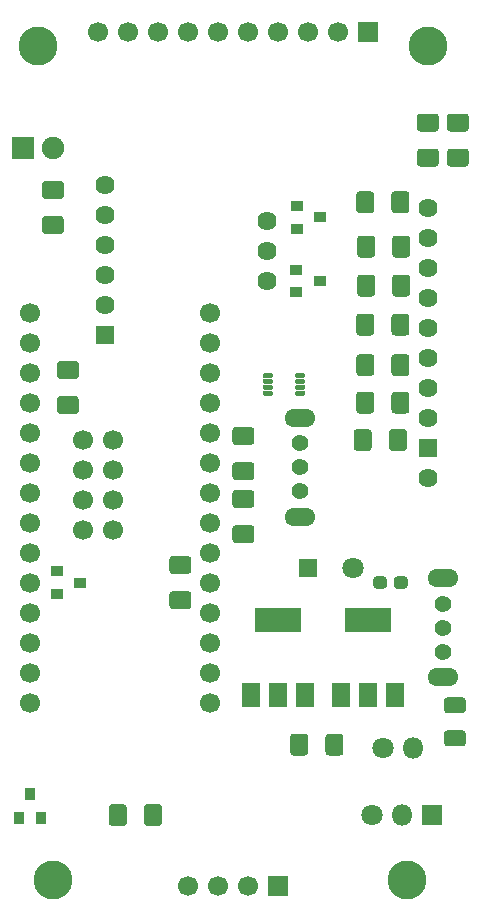
<source format=gbr>
%TF.GenerationSoftware,KiCad,Pcbnew,(5.1.6)-1*%
%TF.CreationDate,2021-01-10T13:28:57-05:00*%
%TF.ProjectId,main_board,6d61696e-5f62-46f6-9172-642e6b696361,rev?*%
%TF.SameCoordinates,Original*%
%TF.FileFunction,Soldermask,Top*%
%TF.FilePolarity,Negative*%
%FSLAX46Y46*%
G04 Gerber Fmt 4.6, Leading zero omitted, Abs format (unit mm)*
G04 Created by KiCad (PCBNEW (5.1.6)-1) date 2021-01-10 13:28:57*
%MOMM*%
%LPD*%
G01*
G04 APERTURE LIST*
%ADD10C,1.624000*%
%ADD11C,1.700000*%
%ADD12C,3.300000*%
%ADD13C,1.800000*%
%ADD14O,1.800000X1.800000*%
%ADD15R,1.624000X1.624000*%
%ADD16R,1.900000X1.900000*%
%ADD17C,1.900000*%
%ADD18R,1.600000X1.600000*%
%ADD19C,1.424000*%
%ADD20O,2.624000X1.524000*%
%ADD21R,1.800000X1.800000*%
%ADD22R,1.700000X1.700000*%
%ADD23R,1.600000X2.100000*%
%ADD24R,3.900000X2.100000*%
%ADD25R,1.000000X0.900000*%
%ADD26R,0.900000X1.000000*%
G04 APERTURE END LIST*
D10*
%TO.C,LiPo Balancing*%
X160375600Y-95097600D03*
X160375600Y-92557600D03*
X160375600Y-90017600D03*
%TD*%
D11*
%TO.C,Teensy 4.0*%
X155575000Y-130810000D03*
X140335000Y-113030000D03*
X155575000Y-115570000D03*
X155575000Y-105410000D03*
X155575000Y-102870000D03*
X155575000Y-97790000D03*
X140335000Y-128270000D03*
X140335000Y-118110000D03*
X140335000Y-105410000D03*
X155575000Y-100330000D03*
X140335000Y-130810000D03*
X140335000Y-123190000D03*
X140335000Y-115570000D03*
X140335000Y-110490000D03*
X140335000Y-107950000D03*
X140335000Y-97790000D03*
X155575000Y-128270000D03*
X140335000Y-100330000D03*
X140335000Y-120650000D03*
X155575000Y-125730000D03*
X155575000Y-123190000D03*
X155575000Y-120650000D03*
X155575000Y-110490000D03*
X155575000Y-118110000D03*
X155575000Y-113030000D03*
X155575000Y-107950000D03*
X140335000Y-125730000D03*
X140335000Y-102870000D03*
%TD*%
D12*
%TO.C,REF\u002A\u002A*%
X140970000Y-75184000D03*
%TD*%
%TO.C,REF\u002A\u002A*%
X173990000Y-75184000D03*
%TD*%
%TO.C,REF\u002A\u002A*%
X142240000Y-145796000D03*
%TD*%
%TO.C,REF\u002A\u002A*%
X172212000Y-145796000D03*
%TD*%
D13*
%TO.C,Rain Gauge*%
X170180000Y-134620000D03*
D14*
X172720000Y-134620000D03*
%TD*%
D10*
%TO.C,ADS1115*%
X173990000Y-88900000D03*
X173990000Y-91440000D03*
X173990000Y-93980000D03*
X173990000Y-96520000D03*
X173990000Y-99060000D03*
X173990000Y-101600000D03*
X173990000Y-104140000D03*
X173990000Y-106680000D03*
D15*
X173990000Y-109220000D03*
D10*
X173990000Y-111760000D03*
%TD*%
%TO.C,C1*%
G36*
G01*
X175621000Y-130363600D02*
X176931000Y-130363600D01*
G75*
G02*
X177201000Y-130633600I0J-270000D01*
G01*
X177201000Y-131443600D01*
G75*
G02*
X176931000Y-131713600I-270000J0D01*
G01*
X175621000Y-131713600D01*
G75*
G02*
X175351000Y-131443600I0J270000D01*
G01*
X175351000Y-130633600D01*
G75*
G02*
X175621000Y-130363600I270000J0D01*
G01*
G37*
G36*
G01*
X175621000Y-133163600D02*
X176931000Y-133163600D01*
G75*
G02*
X177201000Y-133433600I0J-270000D01*
G01*
X177201000Y-134243600D01*
G75*
G02*
X176931000Y-134513600I-270000J0D01*
G01*
X175621000Y-134513600D01*
G75*
G02*
X175351000Y-134243600I0J270000D01*
G01*
X175351000Y-133433600D01*
G75*
G02*
X175621000Y-133163600I270000J0D01*
G01*
G37*
%TD*%
D16*
%TO.C,D1*%
X139700000Y-83820000D03*
D17*
X142240000Y-83820000D03*
%TD*%
%TO.C,F1*%
G36*
G01*
X169365000Y-120912500D02*
X169365000Y-120387500D01*
G75*
G02*
X169627500Y-120125000I262500J0D01*
G01*
X170252500Y-120125000D01*
G75*
G02*
X170515000Y-120387500I0J-262500D01*
G01*
X170515000Y-120912500D01*
G75*
G02*
X170252500Y-121175000I-262500J0D01*
G01*
X169627500Y-121175000D01*
G75*
G02*
X169365000Y-120912500I0J262500D01*
G01*
G37*
G36*
G01*
X171115000Y-120912500D02*
X171115000Y-120387500D01*
G75*
G02*
X171377500Y-120125000I262500J0D01*
G01*
X172002500Y-120125000D01*
G75*
G02*
X172265000Y-120387500I0J-262500D01*
G01*
X172265000Y-120912500D01*
G75*
G02*
X172002500Y-121175000I-262500J0D01*
G01*
X171377500Y-121175000D01*
G75*
G02*
X171115000Y-120912500I0J262500D01*
G01*
G37*
%TD*%
D15*
%TO.C,Micro SD*%
X146685000Y-99695000D03*
D10*
X146685000Y-97155000D03*
X146685000Y-94615000D03*
X146685000Y-92075000D03*
X146685000Y-89535000D03*
X146685000Y-86995000D03*
%TD*%
D11*
%TO.C,nRF24L01+1*%
X144780000Y-108585000D03*
X147320000Y-108585000D03*
X147320000Y-116205000D03*
X147320000Y-113665000D03*
X144780000Y-113665000D03*
X144780000Y-116205000D03*
X144780000Y-111125000D03*
X147320000Y-111125000D03*
%TD*%
D13*
%TO.C,Power*%
X167640000Y-119380000D03*
D18*
X163830000Y-119380000D03*
%TD*%
%TO.C,R1*%
G36*
G01*
X142897456Y-88175000D02*
X141582544Y-88175000D01*
G75*
G02*
X141315000Y-87907456I0J267544D01*
G01*
X141315000Y-86917544D01*
G75*
G02*
X141582544Y-86650000I267544J0D01*
G01*
X142897456Y-86650000D01*
G75*
G02*
X143165000Y-86917544I0J-267544D01*
G01*
X143165000Y-87907456D01*
G75*
G02*
X142897456Y-88175000I-267544J0D01*
G01*
G37*
G36*
G01*
X142897456Y-91150000D02*
X141582544Y-91150000D01*
G75*
G02*
X141315000Y-90882456I0J267544D01*
G01*
X141315000Y-89892544D01*
G75*
G02*
X141582544Y-89625000I267544J0D01*
G01*
X142897456Y-89625000D01*
G75*
G02*
X143165000Y-89892544I0J-267544D01*
G01*
X143165000Y-90882456D01*
G75*
G02*
X142897456Y-91150000I-267544J0D01*
G01*
G37*
%TD*%
%TO.C,R2*%
G36*
G01*
X177187456Y-82460000D02*
X175872544Y-82460000D01*
G75*
G02*
X175605000Y-82192456I0J267544D01*
G01*
X175605000Y-81202544D01*
G75*
G02*
X175872544Y-80935000I267544J0D01*
G01*
X177187456Y-80935000D01*
G75*
G02*
X177455000Y-81202544I0J-267544D01*
G01*
X177455000Y-82192456D01*
G75*
G02*
X177187456Y-82460000I-267544J0D01*
G01*
G37*
G36*
G01*
X177187456Y-85435000D02*
X175872544Y-85435000D01*
G75*
G02*
X175605000Y-85167456I0J267544D01*
G01*
X175605000Y-84177544D01*
G75*
G02*
X175872544Y-83910000I267544J0D01*
G01*
X177187456Y-83910000D01*
G75*
G02*
X177455000Y-84177544I0J-267544D01*
G01*
X177455000Y-85167456D01*
G75*
G02*
X177187456Y-85435000I-267544J0D01*
G01*
G37*
%TD*%
%TO.C,R3*%
G36*
G01*
X174647456Y-85435000D02*
X173332544Y-85435000D01*
G75*
G02*
X173065000Y-85167456I0J267544D01*
G01*
X173065000Y-84177544D01*
G75*
G02*
X173332544Y-83910000I267544J0D01*
G01*
X174647456Y-83910000D01*
G75*
G02*
X174915000Y-84177544I0J-267544D01*
G01*
X174915000Y-85167456D01*
G75*
G02*
X174647456Y-85435000I-267544J0D01*
G01*
G37*
G36*
G01*
X174647456Y-82460000D02*
X173332544Y-82460000D01*
G75*
G02*
X173065000Y-82192456I0J267544D01*
G01*
X173065000Y-81202544D01*
G75*
G02*
X173332544Y-80935000I267544J0D01*
G01*
X174647456Y-80935000D01*
G75*
G02*
X174915000Y-81202544I0J-267544D01*
G01*
X174915000Y-82192456D01*
G75*
G02*
X174647456Y-82460000I-267544J0D01*
G01*
G37*
%TD*%
%TO.C,R4*%
G36*
G01*
X144167456Y-106390000D02*
X142852544Y-106390000D01*
G75*
G02*
X142585000Y-106122456I0J267544D01*
G01*
X142585000Y-105132544D01*
G75*
G02*
X142852544Y-104865000I267544J0D01*
G01*
X144167456Y-104865000D01*
G75*
G02*
X144435000Y-105132544I0J-267544D01*
G01*
X144435000Y-106122456D01*
G75*
G02*
X144167456Y-106390000I-267544J0D01*
G01*
G37*
G36*
G01*
X144167456Y-103415000D02*
X142852544Y-103415000D01*
G75*
G02*
X142585000Y-103147456I0J267544D01*
G01*
X142585000Y-102157544D01*
G75*
G02*
X142852544Y-101890000I267544J0D01*
G01*
X144167456Y-101890000D01*
G75*
G02*
X144435000Y-102157544I0J-267544D01*
G01*
X144435000Y-103147456D01*
G75*
G02*
X144167456Y-103415000I-267544J0D01*
G01*
G37*
%TD*%
%TO.C,R5*%
G36*
G01*
X165317000Y-135023456D02*
X165317000Y-133708544D01*
G75*
G02*
X165584544Y-133441000I267544J0D01*
G01*
X166574456Y-133441000D01*
G75*
G02*
X166842000Y-133708544I0J-267544D01*
G01*
X166842000Y-135023456D01*
G75*
G02*
X166574456Y-135291000I-267544J0D01*
G01*
X165584544Y-135291000D01*
G75*
G02*
X165317000Y-135023456I0J267544D01*
G01*
G37*
G36*
G01*
X162342000Y-135023456D02*
X162342000Y-133708544D01*
G75*
G02*
X162609544Y-133441000I267544J0D01*
G01*
X163599456Y-133441000D01*
G75*
G02*
X163867000Y-133708544I0J-267544D01*
G01*
X163867000Y-135023456D01*
G75*
G02*
X163599456Y-135291000I-267544J0D01*
G01*
X162609544Y-135291000D01*
G75*
G02*
X162342000Y-135023456I0J267544D01*
G01*
G37*
%TD*%
%TO.C,R7*%
G36*
G01*
X149950000Y-140993125D02*
X149950000Y-139676875D01*
G75*
G02*
X150216875Y-139410000I266875J0D01*
G01*
X151208125Y-139410000D01*
G75*
G02*
X151475000Y-139676875I0J-266875D01*
G01*
X151475000Y-140993125D01*
G75*
G02*
X151208125Y-141260000I-266875J0D01*
G01*
X150216875Y-141260000D01*
G75*
G02*
X149950000Y-140993125I0J266875D01*
G01*
G37*
G36*
G01*
X146975000Y-140992456D02*
X146975000Y-139677544D01*
G75*
G02*
X147242544Y-139410000I267544J0D01*
G01*
X148232456Y-139410000D01*
G75*
G02*
X148500000Y-139677544I0J-267544D01*
G01*
X148500000Y-140992456D01*
G75*
G02*
X148232456Y-141260000I-267544J0D01*
G01*
X147242544Y-141260000D01*
G75*
G02*
X146975000Y-140992456I0J267544D01*
G01*
G37*
%TD*%
%TO.C,R8*%
G36*
G01*
X153692456Y-122900000D02*
X152377544Y-122900000D01*
G75*
G02*
X152110000Y-122632456I0J267544D01*
G01*
X152110000Y-121642544D01*
G75*
G02*
X152377544Y-121375000I267544J0D01*
G01*
X153692456Y-121375000D01*
G75*
G02*
X153960000Y-121642544I0J-267544D01*
G01*
X153960000Y-122632456D01*
G75*
G02*
X153692456Y-122900000I-267544J0D01*
G01*
G37*
G36*
G01*
X153692456Y-119925000D02*
X152377544Y-119925000D01*
G75*
G02*
X152110000Y-119657456I0J267544D01*
G01*
X152110000Y-118667544D01*
G75*
G02*
X152377544Y-118400000I267544J0D01*
G01*
X153692456Y-118400000D01*
G75*
G02*
X153960000Y-118667544I0J-267544D01*
G01*
X153960000Y-119657456D01*
G75*
G02*
X153692456Y-119925000I-267544J0D01*
G01*
G37*
%TD*%
D19*
%TO.C,switch*%
X175260000Y-126492000D03*
X175260000Y-124460000D03*
X175260000Y-122428000D03*
D20*
X175260000Y-128651000D03*
X175260000Y-120269000D03*
%TD*%
D13*
%TO.C,TDS*%
X169291000Y-140335000D03*
D14*
X171831000Y-140335000D03*
D21*
X174371000Y-140335000D03*
%TD*%
D11*
%TO.C,top_rail1*%
X148590000Y-74041000D03*
X151130000Y-74041000D03*
X153670000Y-74041000D03*
X156210000Y-74041000D03*
X158750000Y-74041000D03*
X161290000Y-74041000D03*
X163830000Y-74041000D03*
X166370000Y-74041000D03*
D22*
X168910000Y-74041000D03*
D11*
X146050000Y-74041000D03*
%TD*%
D23*
%TO.C,5V*%
X166610000Y-130150000D03*
X171210000Y-130150000D03*
X168910000Y-130150000D03*
D24*
X168910000Y-123850000D03*
%TD*%
D23*
%TO.C,3.3V*%
X158990000Y-130150000D03*
X163590000Y-130150000D03*
X161290000Y-130150000D03*
D24*
X161290000Y-123850000D03*
%TD*%
D22*
%TO.C,Water Height*%
X161290000Y-146304000D03*
D11*
X158750000Y-146304000D03*
X156210000Y-146304000D03*
X153670000Y-146304000D03*
%TD*%
%TO.C,R9*%
G36*
G01*
X172430000Y-101577544D02*
X172430000Y-102892456D01*
G75*
G02*
X172162456Y-103160000I-267544J0D01*
G01*
X171172544Y-103160000D01*
G75*
G02*
X170905000Y-102892456I0J267544D01*
G01*
X170905000Y-101577544D01*
G75*
G02*
X171172544Y-101310000I267544J0D01*
G01*
X172162456Y-101310000D01*
G75*
G02*
X172430000Y-101577544I0J-267544D01*
G01*
G37*
G36*
G01*
X169455000Y-101577544D02*
X169455000Y-102892456D01*
G75*
G02*
X169187456Y-103160000I-267544J0D01*
G01*
X168197544Y-103160000D01*
G75*
G02*
X167930000Y-102892456I0J267544D01*
G01*
X167930000Y-101577544D01*
G75*
G02*
X168197544Y-101310000I267544J0D01*
G01*
X169187456Y-101310000D01*
G75*
G02*
X169455000Y-101577544I0J-267544D01*
G01*
G37*
%TD*%
%TO.C,R10*%
G36*
G01*
X170905000Y-106067456D02*
X170905000Y-104752544D01*
G75*
G02*
X171172544Y-104485000I267544J0D01*
G01*
X172162456Y-104485000D01*
G75*
G02*
X172430000Y-104752544I0J-267544D01*
G01*
X172430000Y-106067456D01*
G75*
G02*
X172162456Y-106335000I-267544J0D01*
G01*
X171172544Y-106335000D01*
G75*
G02*
X170905000Y-106067456I0J267544D01*
G01*
G37*
G36*
G01*
X167930000Y-106067456D02*
X167930000Y-104752544D01*
G75*
G02*
X168197544Y-104485000I267544J0D01*
G01*
X169187456Y-104485000D01*
G75*
G02*
X169455000Y-104752544I0J-267544D01*
G01*
X169455000Y-106067456D01*
G75*
G02*
X169187456Y-106335000I-267544J0D01*
G01*
X168197544Y-106335000D01*
G75*
G02*
X167930000Y-106067456I0J267544D01*
G01*
G37*
%TD*%
%TO.C,R11*%
G36*
G01*
X167712500Y-109242456D02*
X167712500Y-107927544D01*
G75*
G02*
X167980044Y-107660000I267544J0D01*
G01*
X168969956Y-107660000D01*
G75*
G02*
X169237500Y-107927544I0J-267544D01*
G01*
X169237500Y-109242456D01*
G75*
G02*
X168969956Y-109510000I-267544J0D01*
G01*
X167980044Y-109510000D01*
G75*
G02*
X167712500Y-109242456I0J267544D01*
G01*
G37*
G36*
G01*
X170687500Y-109242456D02*
X170687500Y-107927544D01*
G75*
G02*
X170955044Y-107660000I267544J0D01*
G01*
X171944956Y-107660000D01*
G75*
G02*
X172212500Y-107927544I0J-267544D01*
G01*
X172212500Y-109242456D01*
G75*
G02*
X171944956Y-109510000I-267544J0D01*
G01*
X170955044Y-109510000D01*
G75*
G02*
X170687500Y-109242456I0J267544D01*
G01*
G37*
%TD*%
%TO.C,U7*%
G36*
G01*
X160000000Y-103220000D02*
X160000000Y-103020000D01*
G75*
G02*
X160100000Y-102920000I100000J0D01*
G01*
X160750000Y-102920000D01*
G75*
G02*
X160850000Y-103020000I0J-100000D01*
G01*
X160850000Y-103220000D01*
G75*
G02*
X160750000Y-103320000I-100000J0D01*
G01*
X160100000Y-103320000D01*
G75*
G02*
X160000000Y-103220000I0J100000D01*
G01*
G37*
G36*
G01*
X160000000Y-103720000D02*
X160000000Y-103520000D01*
G75*
G02*
X160100000Y-103420000I100000J0D01*
G01*
X160750000Y-103420000D01*
G75*
G02*
X160850000Y-103520000I0J-100000D01*
G01*
X160850000Y-103720000D01*
G75*
G02*
X160750000Y-103820000I-100000J0D01*
G01*
X160100000Y-103820000D01*
G75*
G02*
X160000000Y-103720000I0J100000D01*
G01*
G37*
G36*
G01*
X160000000Y-104220000D02*
X160000000Y-104020000D01*
G75*
G02*
X160100000Y-103920000I100000J0D01*
G01*
X160750000Y-103920000D01*
G75*
G02*
X160850000Y-104020000I0J-100000D01*
G01*
X160850000Y-104220000D01*
G75*
G02*
X160750000Y-104320000I-100000J0D01*
G01*
X160100000Y-104320000D01*
G75*
G02*
X160000000Y-104220000I0J100000D01*
G01*
G37*
G36*
G01*
X160000000Y-104720000D02*
X160000000Y-104520000D01*
G75*
G02*
X160100000Y-104420000I100000J0D01*
G01*
X160750000Y-104420000D01*
G75*
G02*
X160850000Y-104520000I0J-100000D01*
G01*
X160850000Y-104720000D01*
G75*
G02*
X160750000Y-104820000I-100000J0D01*
G01*
X160100000Y-104820000D01*
G75*
G02*
X160000000Y-104720000I0J100000D01*
G01*
G37*
G36*
G01*
X162750000Y-104720000D02*
X162750000Y-104520000D01*
G75*
G02*
X162850000Y-104420000I100000J0D01*
G01*
X163500000Y-104420000D01*
G75*
G02*
X163600000Y-104520000I0J-100000D01*
G01*
X163600000Y-104720000D01*
G75*
G02*
X163500000Y-104820000I-100000J0D01*
G01*
X162850000Y-104820000D01*
G75*
G02*
X162750000Y-104720000I0J100000D01*
G01*
G37*
G36*
G01*
X162750000Y-104220000D02*
X162750000Y-104020000D01*
G75*
G02*
X162850000Y-103920000I100000J0D01*
G01*
X163500000Y-103920000D01*
G75*
G02*
X163600000Y-104020000I0J-100000D01*
G01*
X163600000Y-104220000D01*
G75*
G02*
X163500000Y-104320000I-100000J0D01*
G01*
X162850000Y-104320000D01*
G75*
G02*
X162750000Y-104220000I0J100000D01*
G01*
G37*
G36*
G01*
X162750000Y-103720000D02*
X162750000Y-103520000D01*
G75*
G02*
X162850000Y-103420000I100000J0D01*
G01*
X163500000Y-103420000D01*
G75*
G02*
X163600000Y-103520000I0J-100000D01*
G01*
X163600000Y-103720000D01*
G75*
G02*
X163500000Y-103820000I-100000J0D01*
G01*
X162850000Y-103820000D01*
G75*
G02*
X162750000Y-103720000I0J100000D01*
G01*
G37*
G36*
G01*
X162750000Y-103220000D02*
X162750000Y-103020000D01*
G75*
G02*
X162850000Y-102920000I100000J0D01*
G01*
X163500000Y-102920000D01*
G75*
G02*
X163600000Y-103020000I0J-100000D01*
G01*
X163600000Y-103220000D01*
G75*
G02*
X163500000Y-103320000I-100000J0D01*
G01*
X162850000Y-103320000D01*
G75*
G02*
X162750000Y-103220000I0J100000D01*
G01*
G37*
%TD*%
%TO.C,R16*%
G36*
G01*
X157711544Y-107478000D02*
X159026456Y-107478000D01*
G75*
G02*
X159294000Y-107745544I0J-267544D01*
G01*
X159294000Y-108735456D01*
G75*
G02*
X159026456Y-109003000I-267544J0D01*
G01*
X157711544Y-109003000D01*
G75*
G02*
X157444000Y-108735456I0J267544D01*
G01*
X157444000Y-107745544D01*
G75*
G02*
X157711544Y-107478000I267544J0D01*
G01*
G37*
G36*
G01*
X157711544Y-110453000D02*
X159026456Y-110453000D01*
G75*
G02*
X159294000Y-110720544I0J-267544D01*
G01*
X159294000Y-111710456D01*
G75*
G02*
X159026456Y-111978000I-267544J0D01*
G01*
X157711544Y-111978000D01*
G75*
G02*
X157444000Y-111710456I0J267544D01*
G01*
X157444000Y-110720544D01*
G75*
G02*
X157711544Y-110453000I267544J0D01*
G01*
G37*
%TD*%
%TO.C,R17*%
G36*
G01*
X157711544Y-115787000D02*
X159026456Y-115787000D01*
G75*
G02*
X159294000Y-116054544I0J-267544D01*
G01*
X159294000Y-117044456D01*
G75*
G02*
X159026456Y-117312000I-267544J0D01*
G01*
X157711544Y-117312000D01*
G75*
G02*
X157444000Y-117044456I0J267544D01*
G01*
X157444000Y-116054544D01*
G75*
G02*
X157711544Y-115787000I267544J0D01*
G01*
G37*
G36*
G01*
X157711544Y-112812000D02*
X159026456Y-112812000D01*
G75*
G02*
X159294000Y-113079544I0J-267544D01*
G01*
X159294000Y-114069456D01*
G75*
G02*
X159026456Y-114337000I-267544J0D01*
G01*
X157711544Y-114337000D01*
G75*
G02*
X157444000Y-114069456I0J267544D01*
G01*
X157444000Y-113079544D01*
G75*
G02*
X157711544Y-112812000I267544J0D01*
G01*
G37*
%TD*%
D19*
%TO.C,switch2*%
X163195000Y-112903000D03*
X163195000Y-110871000D03*
X163195000Y-108839000D03*
D20*
X163195000Y-115062000D03*
X163195000Y-106680000D03*
%TD*%
D25*
%TO.C,Q1*%
X162893500Y-88775500D03*
X162893500Y-90675500D03*
X164893500Y-89725500D03*
%TD*%
%TO.C,Q2*%
X164830000Y-95123000D03*
X162830000Y-96073000D03*
X162830000Y-94173000D03*
%TD*%
%TO.C,R12*%
G36*
G01*
X170905000Y-99463456D02*
X170905000Y-98148544D01*
G75*
G02*
X171172544Y-97881000I267544J0D01*
G01*
X172162456Y-97881000D01*
G75*
G02*
X172430000Y-98148544I0J-267544D01*
G01*
X172430000Y-99463456D01*
G75*
G02*
X172162456Y-99731000I-267544J0D01*
G01*
X171172544Y-99731000D01*
G75*
G02*
X170905000Y-99463456I0J267544D01*
G01*
G37*
G36*
G01*
X167930000Y-99463456D02*
X167930000Y-98148544D01*
G75*
G02*
X168197544Y-97881000I267544J0D01*
G01*
X169187456Y-97881000D01*
G75*
G02*
X169455000Y-98148544I0J-267544D01*
G01*
X169455000Y-99463456D01*
G75*
G02*
X169187456Y-99731000I-267544J0D01*
G01*
X168197544Y-99731000D01*
G75*
G02*
X167930000Y-99463456I0J267544D01*
G01*
G37*
%TD*%
%TO.C,R13*%
G36*
G01*
X167993500Y-96161456D02*
X167993500Y-94846544D01*
G75*
G02*
X168261044Y-94579000I267544J0D01*
G01*
X169250956Y-94579000D01*
G75*
G02*
X169518500Y-94846544I0J-267544D01*
G01*
X169518500Y-96161456D01*
G75*
G02*
X169250956Y-96429000I-267544J0D01*
G01*
X168261044Y-96429000D01*
G75*
G02*
X167993500Y-96161456I0J267544D01*
G01*
G37*
G36*
G01*
X170968500Y-96161456D02*
X170968500Y-94846544D01*
G75*
G02*
X171236044Y-94579000I267544J0D01*
G01*
X172225956Y-94579000D01*
G75*
G02*
X172493500Y-94846544I0J-267544D01*
G01*
X172493500Y-96161456D01*
G75*
G02*
X172225956Y-96429000I-267544J0D01*
G01*
X171236044Y-96429000D01*
G75*
G02*
X170968500Y-96161456I0J267544D01*
G01*
G37*
%TD*%
%TO.C,R14*%
G36*
G01*
X172493500Y-91544544D02*
X172493500Y-92859456D01*
G75*
G02*
X172225956Y-93127000I-267544J0D01*
G01*
X171236044Y-93127000D01*
G75*
G02*
X170968500Y-92859456I0J267544D01*
G01*
X170968500Y-91544544D01*
G75*
G02*
X171236044Y-91277000I267544J0D01*
G01*
X172225956Y-91277000D01*
G75*
G02*
X172493500Y-91544544I0J-267544D01*
G01*
G37*
G36*
G01*
X169518500Y-91544544D02*
X169518500Y-92859456D01*
G75*
G02*
X169250956Y-93127000I-267544J0D01*
G01*
X168261044Y-93127000D01*
G75*
G02*
X167993500Y-92859456I0J267544D01*
G01*
X167993500Y-91544544D01*
G75*
G02*
X168261044Y-91277000I267544J0D01*
G01*
X169250956Y-91277000D01*
G75*
G02*
X169518500Y-91544544I0J-267544D01*
G01*
G37*
%TD*%
%TO.C,R15*%
G36*
G01*
X169455000Y-87798044D02*
X169455000Y-89112956D01*
G75*
G02*
X169187456Y-89380500I-267544J0D01*
G01*
X168197544Y-89380500D01*
G75*
G02*
X167930000Y-89112956I0J267544D01*
G01*
X167930000Y-87798044D01*
G75*
G02*
X168197544Y-87530500I267544J0D01*
G01*
X169187456Y-87530500D01*
G75*
G02*
X169455000Y-87798044I0J-267544D01*
G01*
G37*
G36*
G01*
X172430000Y-87798044D02*
X172430000Y-89112956D01*
G75*
G02*
X172162456Y-89380500I-267544J0D01*
G01*
X171172544Y-89380500D01*
G75*
G02*
X170905000Y-89112956I0J267544D01*
G01*
X170905000Y-87798044D01*
G75*
G02*
X171172544Y-87530500I267544J0D01*
G01*
X172162456Y-87530500D01*
G75*
G02*
X172430000Y-87798044I0J-267544D01*
G01*
G37*
%TD*%
D26*
%TO.C,Q3*%
X139359600Y-140547600D03*
X141259600Y-140547600D03*
X140309600Y-138547600D03*
%TD*%
D25*
%TO.C,Q4*%
X144560800Y-120650000D03*
X142560800Y-121600000D03*
X142560800Y-119700000D03*
%TD*%
M02*

</source>
